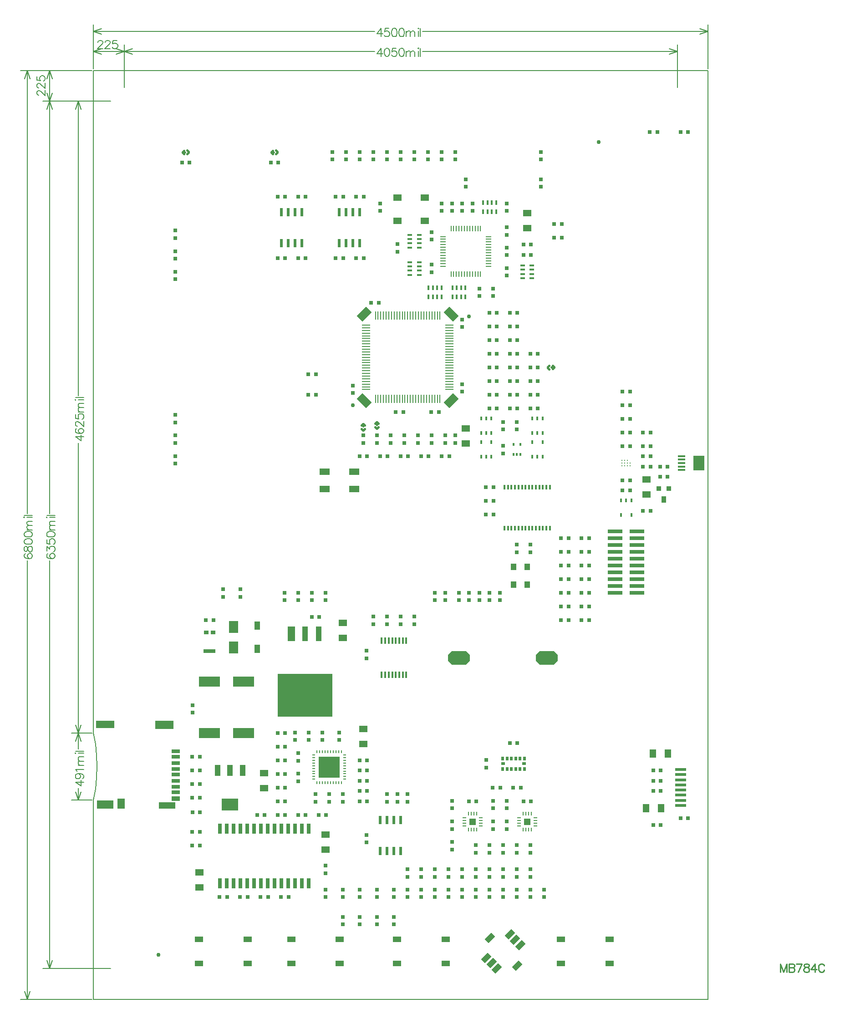
<source format=gbr>
%FSTAX23Y23*%
%MOIN*%
%SFA1B1*%

%IPPOS*%
%AMD12*
4,1,8,-0.008000,0.013200,-0.013200,0.008000,-0.013200,0.002600,0.002600,-0.013200,0.008000,-0.013200,0.013200,-0.008000,0.013200,-0.002600,-0.002600,0.013200,-0.008000,0.013200,0.0*
%
%AMD13*
4,1,8,-0.013200,-0.008000,-0.008000,-0.013200,-0.002600,-0.013200,0.013200,0.002600,0.013200,0.008000,0.008000,0.013200,0.002600,0.013200,-0.013200,-0.002600,-0.013200,-0.008000,0.0*
%
%AMD14*
4,1,4,-0.018400,0.000000,0.000000,-0.018400,0.018400,0.000000,0.000000,0.018400,-0.018400,0.000000,0.0*
%
%AMD15*
4,1,8,-0.013400,-0.007800,-0.007800,-0.013400,-0.002100,-0.013400,0.013400,0.002100,0.013400,0.007800,0.007800,0.013400,0.002100,0.013400,-0.013400,-0.002100,-0.013400,-0.007800,0.0*
%
%AMD16*
4,1,4,0.000000,-0.018400,0.018400,0.000000,0.000000,0.018400,-0.018400,0.000000,0.000000,-0.018400,0.0*
%
%AMD17*
4,1,8,0.007800,-0.013400,0.013400,-0.007800,0.013400,-0.002100,-0.002100,0.013400,-0.007800,0.013400,-0.013400,0.007800,-0.013400,0.002100,0.002100,-0.013400,0.007800,-0.013400,0.0*
%
%AMD18*
4,1,4,-0.055500,0.013800,0.013800,-0.055500,0.055500,-0.013800,-0.013800,0.055500,-0.055500,0.013800,0.0*
%
%AMD20*
4,1,4,-0.013800,-0.055500,0.055500,0.013800,0.013800,0.055500,-0.055500,-0.013800,-0.013800,-0.055500,0.0*
%
%AMD35*
4,1,4,0.010600,0.038900,-0.038900,-0.010600,-0.010600,-0.038900,0.038900,0.010600,0.010600,0.038900,0.0*
%
%AMD72*
4,1,8,0.078500,-0.024500,0.078500,0.024500,0.054000,0.049000,-0.054000,0.049000,-0.078500,0.024500,-0.078500,-0.024500,-0.054000,-0.049000,0.054000,-0.049000,0.078500,-0.024500,0.0*
%
%ADD11R,0.030000X0.030000*%
G04~CAMADD=12~4~0.0~0.0~150.0~300.0~0.0~37.5~0~0.0~0.0~0.0~0.0~0~0.0~0.0~0.0~0.0~0~0.0~0.0~0.0~45.0~264.0~264.0*
%ADD12D12*%
G04~CAMADD=13~4~0.0~0.0~150.0~300.0~0.0~37.5~0~0.0~0.0~0.0~0.0~0~0.0~0.0~0.0~0.0~0~0.0~0.0~0.0~135.0~264.0~264.0*
%ADD13D13*%
G04~CAMADD=14~10~0.0~261.6~0.0~0.0~0.0~0.0~0~0.0~0.0~0.0~0.0~0~0.0~0.0~0.0~0.0~0~0.0~0.0~0.0~135.0~261.6~0.0*
%ADD14D14*%
G04~CAMADD=15~4~0.0~0.0~160.0~300.0~0.0~40.0~0~0.0~0.0~0.0~0.0~0~0.0~0.0~0.0~0.0~0~0.0~0.0~0.0~135.0~268.0~268.0*
%ADD15D15*%
G04~CAMADD=16~10~0.0~261.6~0.0~0.0~0.0~0.0~0~0.0~0.0~0.0~0.0~0~0.0~0.0~0.0~0.0~0~0.0~0.0~0.0~225.0~261.6~0.0*
%ADD16D16*%
G04~CAMADD=17~4~0.0~0.0~160.0~300.0~0.0~40.0~0~0.0~0.0~0.0~0.0~0~0.0~0.0~0.0~0.0~0~0.0~0.0~0.0~225.0~268.0~268.0*
%ADD17D17*%
G04~CAMADD=18~9~0.0~0.0~980.0~590.0~0.0~0.0~0~0.0~0.0~0.0~0.0~0~0.0~0.0~0.0~0.0~0~0.0~0.0~0.0~135.0~1110.0~1109.0*
%ADD18D18*%
%ADD19R,0.008000X0.059000*%
G04~CAMADD=20~9~0.0~0.0~980.0~590.0~0.0~0.0~0~0.0~0.0~0.0~0.0~0~0.0~0.0~0.0~0.0~0~0.0~0.0~0.0~225.0~1110.0~1109.0*
%ADD20D20*%
%ADD21R,0.059000X0.008000*%
%ADD22R,0.012000X0.037000*%
%ADD23R,0.079000X0.110000*%
%ADD24R,0.053000X0.016000*%
%ADD25R,0.036000X0.050000*%
%ADD26R,0.036000X0.036000*%
%ADD27R,0.030000X0.030000*%
%ADD28R,0.016000X0.030000*%
%ADD29R,0.008000X0.024000*%
%ADD30R,0.024000X0.008000*%
%ADD31R,0.035000X0.016000*%
%ADD32R,0.075000X0.051000*%
%ADD33R,0.060000X0.050000*%
%ADD34R,0.040000X0.050000*%
G04~CAMADD=35~9~0.0~0.0~700.0~400.0~0.0~0.0~0~0.0~0.0~0.0~0.0~0~0.0~0.0~0.0~0.0~0~0.0~0.0~0.0~45.0~778.0~777.0*
%ADD35D35*%
%ADD36R,0.047000X0.047000*%
%ADD37C,0.030000*%
%ADD38R,0.039000X0.008000*%
%ADD39R,0.016000X0.035000*%
%ADD40R,0.069000X0.091000*%
%ADD41R,0.010000X0.028000*%
%ADD42R,0.028000X0.010000*%
%ADD43R,0.040000X0.080000*%
%ADD44R,0.120000X0.090000*%
%ADD45R,0.012000X0.045000*%
%ADD46R,0.012000X0.020000*%
%ADD47R,0.402000X0.315000*%
%ADD48R,0.039000X0.110000*%
%ADD49R,0.056000X0.110000*%
%ADD50R,0.037000X0.028000*%
%ADD51R,0.087000X0.031000*%
%ADD52R,0.020000X0.060000*%
%ADD53R,0.031000X0.020000*%
%ADD54R,0.020000X0.031000*%
%ADD55R,0.157000X0.157000*%
%ADD56R,0.079000X0.020000*%
%ADD57R,0.025000X0.075000*%
%ADD58R,0.008000X0.039000*%
%ADD59R,0.110000X0.029000*%
%ADD62R,0.060000X0.040000*%
%ADD63R,0.050000X0.060000*%
%ADD64C,0.010000*%
%ADD65R,0.138000X0.055000*%
%ADD66R,0.122000X0.047000*%
%ADD67R,0.122000X0.059000*%
%ADD68R,0.138000X0.063000*%
%ADD69R,0.063000X0.031000*%
%ADD70R,0.055000X0.077000*%
%ADD71R,0.063000X0.033000*%
G04~CAMADD=72~4~0.0~0.0~980.0~1570.0~0.0~245.0~0~0.0~0.0~0.0~0.0~0~0.0~0.0~0.0~0.0~0~0.0~0.0~0.0~270.0~1570.0~980.0*
%ADD72D72*%
%ADD73C,0.010000*%
%ADD79C,0.005000*%
%ADD81C,0.006000*%
%ADD152R,0.153000X0.073000*%
%ADD153R,0.041000X0.061000*%
%LNmb784b-1*%
%LPD*%
G54D11*
X03197Y04725D03*
X03253D03*
Y04625D03*
X04097Y01275D03*
X04153D03*
X04202Y039D03*
X04148D03*
Y03825D03*
X04202D03*
X03872Y0405D03*
X00779Y0137D03*
X04077Y0405D03*
Y03975D03*
X04023D03*
X04077Y039D03*
X04023D03*
X03148Y0545D03*
X03203D03*
X03148Y05525D03*
X03203D03*
X04352Y0635D03*
X04298D03*
X04128D03*
X04073D03*
X00723Y01575D03*
X00777D03*
X02898Y04525D03*
X02605Y03975D03*
X0255D03*
X01403Y05425D03*
X01347D03*
X02953Y04325D03*
X02898D03*
X02213Y043D03*
X02267D03*
X02098Y03975D03*
X02152D03*
X03928Y0445D03*
X03872D03*
X03928Y03725D03*
X03872D03*
X02977Y0155D03*
X02922D03*
X03102Y01875D03*
X03047D03*
X02898Y04425D03*
X02953D03*
X02003Y01525D03*
Y0145D03*
X02473Y043D03*
X02527D03*
X02033Y051D03*
X02088D03*
X01597Y028D03*
X01653D03*
X03047Y04525D03*
X03102D03*
X00877Y02775D03*
X00822D03*
X03102Y04925D03*
X03047D03*
X03102Y05025D03*
X03047D03*
X03102Y04725D03*
X03047D03*
X01347Y0145D03*
X01403D03*
X01347Y0155D03*
X01403D03*
X01347Y0185D03*
X01403D03*
X02003Y01675D03*
X01947D03*
X04097D03*
X04153D03*
X04097Y016D03*
X04153D03*
X01372Y0075D03*
X01428D03*
X01128D03*
X01072D03*
X02398Y03975D03*
X02453D03*
X02247D03*
X02303D03*
X01947D03*
X02003D03*
X01773Y05425D03*
X01827D03*
X03928Y0405D03*
X03372Y05575D03*
X03428D03*
X04097Y01525D03*
X04153D03*
X04298Y01325D03*
X04352D03*
X02003Y016D03*
X01947D03*
X01347Y0165D03*
X01403D03*
X01347Y0195D03*
X01403D03*
X01553Y0135D03*
X01497D03*
X01403D03*
X01347D03*
X00777Y01125D03*
X00723D03*
X00777Y01225D03*
X00723D03*
X01827Y05875D03*
X01773D03*
X01977D03*
X01923D03*
X04023Y03575D03*
X04077D03*
X04023Y0405D03*
X03872Y0435D03*
X03928D03*
X03203Y0145D03*
X03148D03*
X02953Y04925D03*
X02898D03*
X02803Y0145D03*
X02747D03*
X03072Y0155D03*
X03197Y04525D03*
X03253D03*
X02898Y05025D03*
X02953D03*
X00777Y01675D03*
X00723D03*
X00724Y0137D03*
X00777Y01775D03*
X00723D03*
Y01475D03*
X03628Y02975D03*
X03572D03*
X03422D03*
X03477D03*
X03422Y02775D03*
X03477D03*
X03572D03*
X03628D03*
X03477Y03375D03*
X03422D03*
X03477Y03275D03*
X03422D03*
X03572D03*
X03628D03*
X03572Y03175D03*
X03628D03*
X03572Y03375D03*
X03628D03*
Y03075D03*
X03572D03*
X03422D03*
X03477D03*
X03628Y02875D03*
X03572D03*
X00702Y06125D03*
X00647D03*
X01352D03*
X01298D03*
X02953Y04725D03*
X02898D03*
X01347Y0175D03*
X01403D03*
X01278Y0075D03*
X01222D03*
X03477Y02875D03*
X03422D03*
X01947Y01525D03*
Y0145D03*
X01253Y0135D03*
X01197D03*
X03128Y0155D03*
X03047Y04825D03*
X03102D03*
X03197Y04625D03*
X03253Y04425D03*
X03197D03*
X03047Y04325D03*
X03102D03*
X02953Y04525D03*
X02928Y0365D03*
X02872D03*
X04023Y0415D03*
X04077D03*
X03872D03*
X03928D03*
X03047Y04625D03*
X03102D03*
X02953D03*
X02898D03*
X03047Y04425D03*
X03102D03*
X03197Y04325D03*
X03253D03*
X03372Y05675D03*
X03428D03*
X01497Y05875D03*
X01553D03*
X01347D03*
X01403D03*
X00777Y01475D03*
X00978Y0075D03*
X00923D03*
X01648Y0135D03*
X01702D03*
X01628Y04425D03*
X01572D03*
X01628Y04575D03*
X01572D03*
X01923Y05425D03*
X01977D03*
X01553D03*
X01497D03*
X03928Y038D03*
X03872D03*
X01947Y0175D03*
X02003D03*
X02953Y04825D03*
X02898D03*
X03928Y0425D03*
X03872D03*
X03477Y03175D03*
X03422D03*
X02872Y0355D03*
X02928D03*
Y0375D03*
X02872D03*
G54D12*
X03368Y04632D03*
X03332Y04617D03*
X02082Y04218D03*
X00693Y06208D03*
X00657Y06193D03*
X01307D03*
X01343Y06208D03*
X01982Y04206D03*
G54D13*
X03368Y04618D03*
X02068Y04218D03*
X00657Y06207D03*
X01307D03*
X02083Y04182D03*
X01968Y04206D03*
X01983Y0417D03*
G54D14*
X03363Y04625D03*
X00662Y062D03*
X01312D03*
G54D15*
X03332Y04633D03*
X00693Y06192D03*
X01343D03*
G54D16*
X02075Y04213D03*
X01975Y04201D03*
G54D17*
X02067Y04182D03*
X01967Y0417D03*
G54D18*
X02617Y05017D03*
X01983Y04383D03*
G54D19*
X02083Y04396D03*
X02064D03*
X02103D03*
X02123D03*
X02143D03*
X02162D03*
X02182D03*
X02202D03*
X02221D03*
X02241D03*
X02261D03*
X0228D03*
X023D03*
X0232D03*
X02339D03*
X02359D03*
X02379D03*
X02398D03*
X02418D03*
X02438D03*
X02457D03*
X02477D03*
X02497D03*
X02517D03*
X02536D03*
Y05004D03*
X02517D03*
X02497D03*
X02477D03*
X02457D03*
X02438D03*
X02418D03*
X02398D03*
X02379D03*
X02359D03*
X0232D03*
X023D03*
X0228D03*
X02241D03*
X02221D03*
X02202D03*
X02182D03*
X02162D03*
X02143D03*
X02123D03*
X02103D03*
X02083D03*
X02064D03*
X02261D03*
X02339D03*
G54D20*
X02617Y04383D03*
X01983Y05017D03*
G54D21*
X02604Y04464D03*
Y04483D03*
Y04503D03*
Y04523D03*
Y04543D03*
Y04582D03*
Y04602D03*
Y04621D03*
Y04641D03*
Y04661D03*
Y0468D03*
Y047D03*
Y0472D03*
Y04739D03*
Y04759D03*
Y04779D03*
Y04798D03*
Y04818D03*
Y04838D03*
Y04857D03*
Y04877D03*
Y04917D03*
Y04936D03*
X01996D03*
Y04917D03*
Y04897D03*
Y04877D03*
Y04857D03*
Y04838D03*
Y04818D03*
Y04779D03*
Y04759D03*
Y04739D03*
Y0472D03*
Y047D03*
Y0468D03*
Y04661D03*
Y04641D03*
Y04621D03*
Y04602D03*
Y04582D03*
Y04562D03*
Y04543D03*
Y04503D03*
Y04483D03*
Y04464D03*
X02604Y04897D03*
Y04562D03*
X01996Y04523D03*
Y04798D03*
G54D22*
X03316Y0375D03*
X03239D03*
X03341D03*
X0329D03*
X03265D03*
X03213D03*
X03188D03*
X03162D03*
X03137D03*
X03111D03*
X03085D03*
X0306D03*
X03034D03*
X03009D03*
X03341Y0345D03*
X0329D03*
X03265D03*
X03239D03*
X03213D03*
X03188D03*
X03162D03*
X03137D03*
X03111D03*
X03085D03*
X0306D03*
X03034D03*
X03009D03*
X03316D03*
G54D23*
X04431Y03925D03*
G54D24*
X04305Y03976D03*
Y03951D03*
Y03925D03*
Y03899D03*
Y03874D03*
G54D25*
X04174Y0366D03*
G54D26*
X04137Y0374D03*
X04213D03*
G54D27*
X0265Y04128D03*
Y04073D03*
X03Y04227D03*
X0235Y06148D03*
X0185Y06202D03*
X0215D03*
X022Y00803D03*
X017Y02977D03*
X03Y03997D03*
X02775Y05773D03*
Y05827D03*
X02825Y05148D03*
Y05202D03*
X021Y05827D03*
Y05773D03*
X03025Y05827D03*
Y05773D03*
X02625D03*
Y05827D03*
X02225Y05472D03*
Y05528D03*
X027Y05827D03*
Y05773D03*
X02925Y05148D03*
Y05202D03*
X03275Y05948D03*
Y06003D03*
X0255Y05827D03*
Y05773D03*
X03025Y05503D03*
Y05448D03*
X02475Y05617D03*
Y05562D03*
X03025Y05653D03*
Y05597D03*
Y05352D03*
Y05298D03*
X031Y04227D03*
Y04173D03*
X02725Y06003D03*
Y05948D03*
X02475Y05378D03*
Y05323D03*
X019Y04492D03*
Y04438D03*
X022Y00548D03*
Y00603D03*
X03Y04052D03*
X02275Y04073D03*
Y04128D03*
X02175D03*
Y04073D03*
X02375D03*
Y04128D03*
X029Y02922D03*
X01725Y01447D03*
Y01503D03*
X02Y01148D03*
Y01202D03*
X0235Y02747D03*
Y02803D03*
X027Y04503D03*
Y04448D03*
Y04977D03*
Y04923D03*
X0235Y06202D03*
X0215Y06148D03*
X0205D03*
Y06202D03*
X0175D03*
Y06148D03*
X023Y00803D03*
Y00748D03*
X026Y00897D03*
Y00952D03*
X032D03*
Y00897D03*
X031Y00952D03*
Y00897D03*
X03Y00952D03*
Y00897D03*
X028Y00952D03*
Y00897D03*
X029Y00952D03*
Y00897D03*
X01575Y01898D03*
Y01952D03*
X015Y01597D03*
Y01653D03*
X01675Y01898D03*
Y01952D03*
X018D03*
Y01898D03*
X032Y03328D03*
Y03273D03*
X0095Y02947D03*
Y03003D03*
X01825Y00603D03*
Y00548D03*
X0195Y00603D03*
Y00548D03*
X02075Y00603D03*
Y00548D03*
X03Y01072D03*
X031D03*
X01825Y00803D03*
Y00748D03*
X02075Y00803D03*
Y00748D03*
X022D03*
X032D03*
Y00803D03*
X031Y00748D03*
Y00803D03*
X03Y00748D03*
Y00803D03*
X028Y00748D03*
Y00803D03*
X029D03*
Y00748D03*
X01825Y01503D03*
Y01447D03*
X00725Y02152D03*
Y02098D03*
X017Y00923D03*
Y00978D03*
X02075Y04128D03*
Y04073D03*
X03025Y01452D03*
Y01398D03*
X02925Y01452D03*
Y01398D03*
X006Y05477D03*
Y05423D03*
Y04128D03*
Y04073D03*
Y05628D03*
Y05573D03*
Y04278D03*
Y04222D03*
Y05327D03*
Y05273D03*
Y03977D03*
Y03922D03*
X017Y02922D03*
X01975Y04128D03*
Y04073D03*
X02975Y02922D03*
Y02977D03*
X0225Y02803D03*
Y02747D03*
X0205D03*
Y02803D03*
X01075Y03003D03*
Y02947D03*
X03275Y06148D03*
Y06202D03*
X0245D03*
Y06148D03*
X0255Y06202D03*
Y06148D03*
X0265D03*
Y06202D03*
X02675Y02922D03*
X0275Y02977D03*
Y02922D03*
X025Y00803D03*
Y00748D03*
X024Y00803D03*
Y00748D03*
X027Y00897D03*
Y00952D03*
X023Y00897D03*
Y00952D03*
X027Y00803D03*
Y00748D03*
X025Y00897D03*
Y00952D03*
X033Y00748D03*
Y00803D03*
X0215Y01447D03*
Y01503D03*
X032Y01072D03*
X01475Y01898D03*
Y01952D03*
X028Y01072D03*
X02625Y01303D03*
Y01247D03*
X01625Y01447D03*
Y01503D03*
X015Y01803D03*
Y01747D03*
X031Y01128D03*
X032D03*
X028D03*
X03D03*
X02825Y02922D03*
Y02977D03*
X014Y02922D03*
Y02977D03*
X016D03*
Y02922D03*
X0195Y06148D03*
Y06202D03*
X0185Y06148D03*
X0225Y06202D03*
Y06148D03*
X02475Y04128D03*
Y04073D03*
X02575D03*
Y04128D03*
X03025Y01303D03*
Y01247D03*
X02925Y01303D03*
Y01247D03*
X029Y01128D03*
Y01072D03*
X02875Y01753D03*
Y01697D03*
X02675Y02977D03*
X029D03*
X0195Y00748D03*
Y00803D03*
X026Y00748D03*
Y00803D03*
X024Y00952D03*
Y00897D03*
X02625Y01398D03*
Y01452D03*
X02225Y01503D03*
Y01447D03*
X017Y00748D03*
Y00803D03*
X02625Y01097D03*
Y01153D03*
X023Y01503D03*
Y01447D03*
X02Y02497D03*
Y02553D03*
X015Y02922D03*
Y02977D03*
X02575Y02922D03*
Y02977D03*
X031Y03273D03*
Y03328D03*
X03Y04173D03*
X025Y02977D03*
Y02922D03*
X0215Y02747D03*
Y02803D03*
G54D28*
X02912Y04078D03*
X02838Y04253D03*
X02875Y04147D03*
X02838D03*
X02875Y04253D03*
X02912Y03972D03*
X02838D03*
Y04078D03*
X02912Y04253D03*
Y04147D03*
X0325Y04253D03*
X03213Y04147D03*
X03287D03*
X0325D03*
X03287Y04253D03*
X03213D03*
X03937Y03653D03*
X03863D03*
X039D03*
X03863Y03547D03*
X03937D03*
X03213Y04078D03*
X03287D03*
X0325Y03972D03*
X03287D03*
X03213D03*
X02875D03*
G54D29*
X01656Y01813D03*
X01695D03*
X01715D03*
X01814D03*
X01794D03*
X01774D03*
X01755D03*
X01735D03*
X01676D03*
X01636D03*
Y01587D03*
X01656D03*
X01676D03*
X01695D03*
X01715D03*
X01735D03*
X01755D03*
X01774D03*
X01794D03*
X01814D03*
G54D30*
X01838Y0173D03*
X01612Y01789D03*
Y01769D03*
Y01749D03*
Y0173D03*
Y0171D03*
Y0169D03*
Y0167D03*
Y01651D03*
Y01631D03*
Y01611D03*
X01838D03*
Y01631D03*
Y01651D03*
Y0167D03*
Y0169D03*
Y0171D03*
Y01749D03*
Y01769D03*
Y01789D03*
G54D31*
X02316Y05334D03*
Y05566D03*
X02384D03*
Y05503D03*
X02316Y05597D03*
Y05503D03*
Y05534D03*
X02384Y05597D03*
Y05534D03*
X02316Y05366D03*
Y05397D03*
X03208Y05278D03*
Y05309D03*
Y05341D03*
Y05372D03*
X02316Y05303D03*
X03141Y05278D03*
Y05309D03*
Y05341D03*
Y05372D03*
X02384Y05303D03*
Y05366D03*
Y05334D03*
Y05397D03*
G54D32*
X01692Y03737D03*
X01908Y03863D03*
X01692D03*
X01908Y03737D03*
G54D33*
X03175Y05755D03*
Y05645D03*
X02225Y057D03*
X02425D03*
Y0587D03*
X02225D03*
X0405Y03805D03*
Y03695D03*
X00775Y0093D03*
Y0082D03*
X017Y01095D03*
Y01205D03*
X0125Y01655D03*
Y01545D03*
X01975Y0187D03*
Y0198D03*
X01825Y02755D03*
Y02645D03*
X02725Y0418D03*
Y0407D03*
G54D34*
X03175Y03035D03*
Y03165D03*
X03075Y03035D03*
Y03165D03*
G54D35*
X02901Y00449D03*
X03103Y00247D03*
X02914Y00264D03*
X03086Y00436D03*
X03125Y00397D03*
X03047Y00475D03*
X02953Y00225D03*
X02875Y00303D03*
G54D36*
X03175Y013D03*
X02775D03*
G54D37*
X00475Y00325D03*
X0275Y05D03*
X019Y0435D03*
X037Y06275D03*
G54D38*
X02558Y05445D03*
Y05544D03*
Y05465D03*
Y05564D03*
Y05505D03*
Y05485D03*
Y05524D03*
X02892Y05445D03*
Y05564D03*
Y05583D03*
Y05544D03*
Y05524D03*
Y05505D03*
Y05485D03*
Y05465D03*
Y05426D03*
Y05406D03*
Y05386D03*
Y05367D03*
X02558D03*
Y05386D03*
Y05406D03*
Y05426D03*
Y05583D03*
G54D39*
X02484Y05141D03*
Y05208D03*
X02516D03*
X02453D03*
X02547D03*
X02516Y05141D03*
X02453D03*
X02547D03*
X02884Y05766D03*
Y05833D03*
X02916D03*
X02853D03*
X02947D03*
X02916Y05766D03*
X02853D03*
X02947D03*
X02691Y05208D03*
X02722D03*
X02628D03*
Y05141D03*
X02691D03*
X02722D03*
X02659D03*
Y05208D03*
G54D40*
X01025Y02575D03*
Y02725D03*
G54D41*
X03205Y01241D03*
X03185D03*
X03145D03*
Y01359D03*
X03165D03*
X03185D03*
X03205D03*
X03165Y01241D03*
X02765D03*
X02805Y01359D03*
X02785D03*
X02765D03*
X02745D03*
Y01241D03*
X02785D03*
X02805D03*
G54D42*
X03234Y0133D03*
Y0131D03*
Y0129D03*
Y0127D03*
X03116Y0133D03*
Y0131D03*
Y0129D03*
Y0127D03*
X02716D03*
Y0129D03*
Y0131D03*
Y0133D03*
X02834Y0127D03*
Y0129D03*
Y0131D03*
Y0133D03*
G54D43*
X00907Y01675D03*
X01093D03*
X01D03*
G54D44*
X01Y01425D03*
G54D45*
X0229Y02626D03*
X02264D03*
X02238D03*
X02213D03*
X02187D03*
X02162D03*
X02136D03*
X0211D03*
X0229Y02374D03*
X02264D03*
X02238D03*
X02213D03*
X02187D03*
X02162D03*
X02136D03*
X0211D03*
G54D46*
X03074Y04062D03*
X03126Y03988D03*
X03074D03*
X031D03*
X03126Y04062D03*
G54D47*
X0155Y02225D03*
G54D48*
X0165Y02674D03*
X0155D03*
G54D49*
X0145Y02674D03*
G54D50*
X00825Y02685D03*
X00875D03*
G54D51*
X0085Y0255D03*
G54D52*
X022Y01312D03*
X0225D03*
X021Y01087D03*
X022D03*
X021Y01312D03*
X0215D03*
X0225Y01087D03*
X0215D03*
X019Y05762D03*
X0185Y05537D03*
X0195Y05762D03*
Y05537D03*
X0185Y05762D03*
X018D03*
X019Y05537D03*
X018D03*
X01375D03*
X01475D03*
X01375Y05762D03*
X01425D03*
X01525Y05537D03*
Y05762D03*
X01425Y05537D03*
X01475Y05762D03*
G54D53*
X03153Y01725D03*
X02997D03*
G54D54*
X03154Y01687D03*
X03028D03*
X02996D03*
X03122D03*
X03091D03*
X03059D03*
X02996Y01763D03*
X03028D03*
X03059D03*
X03091D03*
X03122D03*
X03154D03*
G54D55*
X01725Y017D03*
G54D56*
X043Y01494D03*
Y01644D03*
Y01606D03*
Y01419D03*
Y01531D03*
Y01569D03*
Y01456D03*
Y01681D03*
G54D57*
X00925Y0125D03*
X01575Y0085D03*
X01475D03*
X01275D03*
X01225D03*
X01025Y0125D03*
X01375D03*
X01225D03*
X01475D03*
X01275D03*
X01425D03*
X01075D03*
X01525D03*
X01575D03*
X01125D03*
X01325D03*
X01175D03*
X01525Y0085D03*
X01375D03*
X01325D03*
X00975Y0125D03*
X01425Y0085D03*
X00925D03*
X00975D03*
X01025D03*
X01125D03*
X01175D03*
X01075D03*
G54D58*
X02715Y05308D03*
X02695D03*
X02676D03*
X02656D03*
X02755Y05642D03*
X02617D03*
X02636D03*
X02656D03*
X02676D03*
X02695D03*
X02715D03*
X02735D03*
X02774D03*
X02794D03*
X02814D03*
X02833D03*
Y05308D03*
X02814D03*
X02794D03*
X02774D03*
X02755D03*
X02735D03*
X02636D03*
X02617D03*
G54D59*
X0382Y02975D03*
X0398D03*
X0382Y03025D03*
X0398D03*
X0382Y03075D03*
X0398D03*
X0382Y03125D03*
X0398D03*
X0382Y03175D03*
X0398D03*
X0382Y03375D03*
Y03425D03*
X0398D03*
X0382Y03325D03*
Y03275D03*
Y03225D03*
X0398Y03375D03*
Y03325D03*
Y03275D03*
Y03225D03*
G54D62*
X00773Y00438D03*
X01127D03*
Y00262D03*
X00773D03*
X02223D03*
X02577D03*
Y00438D03*
X02223D03*
X01448Y00262D03*
X01802D03*
Y00438D03*
X01448D03*
X03423Y00262D03*
X03777D03*
Y00438D03*
X03423D03*
G54D63*
X04045Y014D03*
X04155D03*
X04095Y018D03*
X04205D03*
G54D64*
X0387Y03905D03*
Y03925D03*
Y03945D03*
X0389Y03905D03*
Y03925D03*
Y03945D03*
X0391Y03905D03*
Y03925D03*
Y03945D03*
X0393Y03925D03*
Y03905D03*
G54D65*
X00086Y02013D03*
G54D66*
X00538Y01418D03*
G54D67*
X00086Y01424D03*
G54D68*
X00519Y02009D03*
G54D69*
X00603Y0173D03*
Y01644D03*
Y01687D03*
Y016D03*
Y01514D03*
Y01817D03*
Y01774D03*
Y01557D03*
G54D70*
X00202Y01433D03*
G54D71*
X00603Y01469D03*
G54D72*
X02675Y025D03*
X0332D03*
G54D73*
X0503Y0026D02*
Y002D01*
Y0026D02*
X05053Y002D01*
X05076Y0026D02*
X05053Y002D01*
X05076Y0026D02*
Y002D01*
X05093Y0026D02*
Y002D01*
Y0026D02*
X05119D01*
X05127Y00257*
X0513Y00254*
X05133Y00249*
Y00243*
X0513Y00237*
X05127Y00234*
X05119Y00231*
X05093D02*
X05119D01*
X05127Y00229*
X0513Y00226*
X05133Y0022*
Y00211*
X0513Y00206*
X05127Y00203*
X05119Y002*
X05093*
X05186Y0026D02*
X05158Y002D01*
X05146Y0026D02*
X05186D01*
X05214D02*
X05205Y00257D01*
X05203Y00251*
Y00246*
X05205Y0024*
X05211Y00237*
X05223Y00234*
X05231Y00231*
X05237Y00226*
X0524Y0022*
Y00211*
X05237Y00206*
X05234Y00203*
X05225Y002*
X05214*
X05205Y00203*
X05203Y00206*
X052Y00211*
Y0022*
X05203Y00226*
X05208Y00231*
X05217Y00234*
X05228Y00237*
X05234Y0024*
X05237Y00246*
Y00251*
X05234Y00257*
X05225Y0026*
X05214*
X05282D02*
X05253Y0022D01*
X05296*
X05282Y0026D02*
Y002D01*
X05349Y00246D02*
X05347Y00251D01*
X05341Y00257*
X05335Y0026*
X05324*
X05318Y00257*
X05312Y00251*
X05309Y00246*
X05307Y00237*
Y00223*
X05309Y00214*
X05312Y00209*
X05318Y00203*
X05324Y002*
X05335*
X05341Y00203*
X05347Y00209*
X05349Y00214*
G54D79*
X0Y01459D02*
D01*
X00014Y0154*
X00022Y01622*
X00025Y01704*
X00023Y01786*
X00014Y01868*
X0Y0195*
X04275Y06674D02*
Y0699D01*
X00225Y06674D02*
Y0699D01*
X02409Y0694D02*
X04275D01*
X00225D02*
X02059D01*
X04215Y0696D02*
X04275Y0694D01*
X04215Y0692D02*
X04275Y0694D01*
X00225D02*
X00285Y0692D01*
X00225Y0694D02*
X00285Y0696D01*
X00225Y06674D02*
Y0699D01*
X0Y06812D02*
Y0699D01*
X00112Y0694D02*
X00225D01*
X0D02*
X00112D01*
X00165Y0696D02*
X00225Y0694D01*
X00165Y0692D02*
X00225Y0694D01*
X0D02*
X0006Y0692D01*
X0Y0694D02*
X0006Y0696D01*
X045Y06812D02*
Y07135D01*
X0Y06812D02*
Y07135D01*
X02409Y07085D02*
X045D01*
X0D02*
X02059D01*
X0444Y07105D02*
X045Y07085D01*
X0444Y07065D02*
X045Y07085D01*
X0D02*
X0006Y07065D01*
X0Y07085D02*
X0006Y07105D01*
X-0016Y0195D02*
X-00013D01*
X-0016Y01459D02*
X-00013D01*
X-0011Y01832D02*
Y0195D01*
Y01459D02*
Y01545D01*
X-0013Y0189D02*
X-0011Y0195D01*
X-0009Y0189*
X-0011Y01459D02*
X-0009Y01519D01*
X-0013D02*
X-0011Y01459D01*
X-0016Y06575D02*
X00126D01*
X-0016Y0195D02*
X-00013D01*
X-0011Y0442D02*
Y06575D01*
Y0195D02*
Y04073D01*
X-0013Y06515D02*
X-0011Y06575D01*
X-0009Y06515*
X-0011Y0195D02*
X-0009Y0201D01*
X-0013D02*
X-0011Y0195D01*
X-0037Y00225D02*
X00126D01*
X-0037Y06575D02*
X00126D01*
X-0032Y00225D02*
Y03211D01*
Y03557D02*
Y06575D01*
Y00225D02*
X-003Y00285D01*
X-0034D02*
X-0032Y00225D01*
X-0034Y06515D02*
X-0032Y06575D01*
X-003Y06515*
X-0037Y068D02*
X-00013D01*
X-0037Y06575D02*
X00126D01*
X-0032Y06688D02*
Y068D01*
Y06575D02*
Y06688D01*
X-0034Y0674D02*
X-0032Y068D01*
X-003Y0674*
X-0032Y06575D02*
X-003Y06635D01*
X-0034D02*
X-0032Y06575D01*
X-00535Y068D02*
X-00013D01*
X-00535Y0D02*
X-00013D01*
X-00485Y03557D02*
Y068D01*
Y0D02*
Y03211D01*
X-00505Y0674D02*
X-00485Y068D01*
X-00465Y0674*
X-00485Y0D02*
X-00465Y0006D01*
X-00505D02*
X-00485Y0D01*
X0Y0195D02*
Y068D01*
X045Y0D02*
Y068D01*
X0Y0D02*
X045D01*
X0Y068D02*
X045D01*
X0Y0D02*
Y01459D01*
G54D81*
X02104Y06963D02*
X02075Y06923D01*
X02118*
X02104Y06963D02*
Y06903D01*
X02146Y06963D02*
X02137Y0696D01*
X02132Y06951*
X02129Y06937*
Y06928*
X02132Y06914*
X02137Y06905*
X02146Y06903*
X02152*
X0216Y06905*
X02166Y06914*
X02169Y06928*
Y06937*
X02166Y06951*
X0216Y0696*
X02152Y06963*
X02146*
X02216D02*
X02188D01*
X02185Y06937*
X02188Y0694*
X02196Y06943*
X02205*
X02214Y0694*
X02219Y06934*
X02222Y06925*
Y0692*
X02219Y06911*
X02214Y06905*
X02205Y06903*
X02196*
X02188Y06905*
X02185Y06908*
X02182Y06914*
X02253Y06963D02*
X02244Y0696D01*
X02238Y06951*
X02236Y06937*
Y06928*
X02238Y06914*
X02244Y06905*
X02253Y06903*
X02258*
X02267Y06905*
X02273Y06914*
X02276Y06928*
Y06937*
X02273Y06951*
X02267Y0696*
X02258Y06963*
X02253*
X02289Y06943D02*
Y06903D01*
Y06931D02*
X02298Y0694D01*
X02303Y06943*
X02312*
X02318Y0694*
X0232Y06931*
Y06903*
Y06931D02*
X02329Y0694D01*
X02335Y06943*
X02343*
X02349Y0694*
X02352Y06931*
Y06903*
X02376Y06963D02*
X02379Y0696D01*
X02382Y06963*
X02379Y06965*
X02376Y06963*
X02379Y06943D02*
Y06903D01*
X02393Y06963D02*
Y06903D01*
X00033Y07006D02*
Y07009D01*
X00036Y07014*
X00039Y07017*
X00044Y0702*
X00056*
X00061Y07017*
X00064Y07014*
X00067Y07009*
Y07003*
X00064Y06997*
X00059Y06989*
X0003Y0696*
X0007*
X00086Y07006D02*
Y07009D01*
X00089Y07014*
X00092Y07017*
X00098Y0702*
X00109*
X00115Y07017*
X00118Y07014*
X00121Y07009*
Y07003*
X00118Y06997*
X00112Y06989*
X00083Y0696*
X00123*
X00171Y0702D02*
X00143D01*
X0014Y06994*
X00143Y06997*
X00151Y07*
X0016*
X00168Y06997*
X00174Y06991*
X00177Y06983*
Y06977*
X00174Y06969*
X00168Y06963*
X0016Y0696*
X00151*
X00143Y06963*
X0014Y06966*
X00137Y06971*
X02104Y07108D02*
X02075Y07068D01*
X02118*
X02104Y07108D02*
Y07048D01*
X02163Y07108D02*
X02134D01*
X02132Y07082*
X02134Y07085*
X02143Y07088*
X02152*
X0216Y07085*
X02166Y07079*
X02169Y0707*
Y07065*
X02166Y07056*
X0216Y0705*
X02152Y07048*
X02143*
X02134Y0705*
X02132Y07053*
X02129Y07059*
X02199Y07108D02*
X02191Y07105D01*
X02185Y07096*
X02182Y07082*
Y07073*
X02185Y07059*
X02191Y0705*
X02199Y07048*
X02205*
X02214Y0705*
X02219Y07059*
X02222Y07073*
Y07082*
X02219Y07096*
X02214Y07105*
X02205Y07108*
X02199*
X02253D02*
X02244Y07105D01*
X02238Y07096*
X02236Y07082*
Y07073*
X02238Y07059*
X02244Y0705*
X02253Y07048*
X02258*
X02267Y0705*
X02273Y07059*
X02276Y07073*
Y07082*
X02273Y07096*
X02267Y07105*
X02258Y07108*
X02253*
X02289Y07088D02*
Y07048D01*
Y07076D02*
X02298Y07085D01*
X02303Y07088*
X02312*
X02318Y07085*
X0232Y07076*
Y07048*
Y07076D02*
X02329Y07085D01*
X02335Y07088*
X02343*
X02349Y07085*
X02352Y07076*
Y07048*
X02376Y07108D02*
X02379Y07105D01*
X02382Y07108*
X02379Y0711*
X02376Y07108*
X02379Y07088D02*
Y07048D01*
X02393Y07108D02*
Y07048D01*
X-00133Y0159D02*
X-00093Y01561D01*
Y01604*
X-00133Y0159D02*
X-00073D01*
X-00113Y01652D02*
X-00104Y01649D01*
X-00098Y01643*
X-00095Y01635*
Y01632*
X-00098Y01623*
X-00104Y01617*
X-00113Y01615*
X-00115*
X-00124Y01617*
X-0013Y01623*
X-00133Y01632*
Y01635*
X-0013Y01643*
X-00124Y01649*
X-00113Y01652*
X-00098*
X-00084Y01649*
X-00075Y01643*
X-00073Y01635*
Y01629*
X-00075Y0162*
X-00081Y01617*
X-00121Y01668D02*
X-00124Y01674D01*
X-00133Y01682*
X-00073*
X-00113Y01712D02*
X-00073D01*
X-00101D02*
X-0011Y01721D01*
X-00113Y01726*
Y01735*
X-0011Y01741*
X-00101Y01743*
X-00073*
X-00101D02*
X-0011Y01752D01*
X-00113Y01758*
Y01766*
X-0011Y01772*
X-00101Y01775*
X-00073*
X-00133Y01799D02*
X-0013Y01802D01*
X-00133Y01805*
X-00135Y01802*
X-00133Y01799*
X-00113Y01802D02*
X-00073D01*
X-00133Y01816D02*
X-00073D01*
X-00133Y04118D02*
X-00093Y04089D01*
Y04132*
X-00133Y04118D02*
X-00073D01*
X-00124Y04177D02*
X-0013Y04174D01*
X-00133Y04166*
Y0416*
X-0013Y04151*
X-00121Y04146*
X-00107Y04143*
X-00093*
X-00081Y04146*
X-00075Y04151*
X-00073Y0416*
Y04163*
X-00075Y04171*
X-00081Y04177*
X-0009Y0418*
X-00093*
X-00101Y04177*
X-00107Y04171*
X-0011Y04163*
Y0416*
X-00107Y04151*
X-00101Y04146*
X-00093Y04143*
X-00118Y04196D02*
X-00121D01*
X-00127Y04199*
X-0013Y04202*
X-00133Y04207*
Y04219*
X-0013Y04225*
X-00127Y04227*
X-00121Y0423*
X-00115*
X-0011Y04227*
X-00101Y04222*
X-00073Y04193*
Y04233*
X-00133Y04281D02*
Y04252D01*
X-00107Y04249*
X-0011Y04252*
X-00113Y04261*
Y04269*
X-0011Y04278*
X-00104Y04284*
X-00095Y04286*
X-0009*
X-00081Y04284*
X-00075Y04278*
X-00073Y04269*
Y04261*
X-00075Y04252*
X-00078Y04249*
X-00084Y04247*
X-00113Y043D02*
X-00073D01*
X-00101D02*
X-0011Y04308D01*
X-00113Y04314*
Y04323*
X-0011Y04328*
X-00101Y04331*
X-00073*
X-00101D02*
X-0011Y0434D01*
X-00113Y04346*
Y04354*
X-0011Y0436*
X-00101Y04363*
X-00073*
X-00133Y04387D02*
X-0013Y0439D01*
X-00133Y04393*
X-00135Y0439*
X-00133Y04387*
X-00113Y0439D02*
X-00073D01*
X-00133Y04404D02*
X-00073D01*
X-00334Y03261D02*
X-0034Y03258D01*
X-00343Y0325*
Y03244*
X-0034Y03235*
X-00331Y0323*
X-00317Y03227*
X-00303*
X-00291Y0323*
X-00285Y03235*
X-00283Y03244*
Y03247*
X-00285Y03255*
X-00291Y03261*
X-003Y03264*
X-00303*
X-00311Y03261*
X-00317Y03255*
X-0032Y03247*
Y03244*
X-00317Y03235*
X-00311Y0323*
X-00303Y03227*
X-00343Y03283D02*
Y03314D01*
X-0032Y03297*
Y03306*
X-00317Y03311*
X-00314Y03314*
X-00305Y03317*
X-003*
X-00291Y03314*
X-00285Y03309*
X-00283Y033*
Y03291*
X-00285Y03283*
X-00288Y0328*
X-00294Y03277*
X-00343Y03365D02*
Y03336D01*
X-00317Y03333*
X-0032Y03336*
X-00323Y03345*
Y03353*
X-0032Y03362*
X-00314Y03368*
X-00305Y03371*
X-003*
X-00291Y03368*
X-00285Y03362*
X-00283Y03353*
Y03345*
X-00285Y03336*
X-00288Y03333*
X-00294Y03331*
X-00343Y03401D02*
X-0034Y03393D01*
X-00331Y03387*
X-00317Y03384*
X-00308*
X-00294Y03387*
X-00285Y03393*
X-00283Y03401*
Y03407*
X-00285Y03415*
X-00294Y03421*
X-00308Y03424*
X-00317*
X-00331Y03421*
X-0034Y03415*
X-00343Y03407*
Y03401*
X-00323Y03437D02*
X-00283D01*
X-00311D02*
X-0032Y03446D01*
X-00323Y03452*
Y0346*
X-0032Y03466*
X-00311Y03469*
X-00283*
X-00311D02*
X-0032Y03477D01*
X-00323Y03483*
Y03492*
X-0032Y03497*
X-00311Y035*
X-00283*
X-00343Y03525D02*
X-0034Y03528D01*
X-00343Y03531*
X-00345Y03528*
X-00343Y03525*
X-00323Y03528D02*
X-00283D01*
X-00343Y03541D02*
X-00283D01*
X-00401Y06618D02*
X-00404D01*
X-00409Y06621*
X-00412Y06624*
X-00415Y06629*
Y06641*
X-00412Y06646*
X-00409Y06649*
X-00404Y06652*
X-00398*
X-00392Y06649*
X-00384Y06644*
X-00355Y06615*
Y06655*
X-00401Y06671D02*
X-00404D01*
X-00409Y06674*
X-00412Y06677*
X-00415Y06683*
Y06694*
X-00412Y067*
X-00409Y06703*
X-00404Y06706*
X-00398*
X-00392Y06703*
X-00384Y06697*
X-00355Y06668*
Y06708*
X-00415Y06756D02*
Y06728D01*
X-00389Y06725*
X-00392Y06728*
X-00395Y06736*
Y06745*
X-00392Y06753*
X-00386Y06759*
X-00378Y06762*
X-00372*
X-00364Y06759*
X-00358Y06753*
X-00355Y06745*
Y06736*
X-00358Y06728*
X-00361Y06725*
X-00366Y06722*
X-00499Y03261D02*
X-00505Y03258D01*
X-00508Y0325*
Y03244*
X-00505Y03235*
X-00496Y0323*
X-00482Y03227*
X-00468*
X-00456Y0323*
X-0045Y03235*
X-00448Y03244*
Y03247*
X-0045Y03255*
X-00456Y03261*
X-00465Y03264*
X-00468*
X-00476Y03261*
X-00482Y03255*
X-00485Y03247*
Y03244*
X-00482Y03235*
X-00476Y0323*
X-00468Y03227*
X-00508Y03291D02*
X-00505Y03283D01*
X-00499Y0328*
X-00493*
X-00488Y03283*
X-00485Y03289*
X-00482Y033*
X-00479Y03309*
X-00473Y03314*
X-00468Y03317*
X-00459*
X-00453Y03314*
X-0045Y03311*
X-00448Y03303*
Y03291*
X-0045Y03283*
X-00453Y0328*
X-00459Y03277*
X-00468*
X-00473Y0328*
X-00479Y03286*
X-00482Y03294*
X-00485Y03306*
X-00488Y03311*
X-00493Y03314*
X-00499*
X-00505Y03311*
X-00508Y03303*
Y03291*
Y03348D02*
X-00505Y03339D01*
X-00496Y03333*
X-00482Y03331*
X-00473*
X-00459Y03333*
X-0045Y03339*
X-00448Y03348*
Y03353*
X-0045Y03362*
X-00459Y03368*
X-00473Y03371*
X-00482*
X-00496Y03368*
X-00505Y03362*
X-00508Y03353*
Y03348*
Y03401D02*
X-00505Y03393D01*
X-00496Y03387*
X-00482Y03384*
X-00473*
X-00459Y03387*
X-0045Y03393*
X-00448Y03401*
Y03407*
X-0045Y03415*
X-00459Y03421*
X-00473Y03424*
X-00482*
X-00496Y03421*
X-00505Y03415*
X-00508Y03407*
Y03401*
X-00488Y03437D02*
X-00448D01*
X-00476D02*
X-00485Y03446D01*
X-00488Y03452*
Y0346*
X-00485Y03466*
X-00476Y03469*
X-00448*
X-00476D02*
X-00485Y03477D01*
X-00488Y03483*
Y03492*
X-00485Y03497*
X-00476Y035*
X-00448*
X-00508Y03525D02*
X-00505Y03528D01*
X-00508Y03531*
X-0051Y03528*
X-00508Y03525*
X-00488Y03528D02*
X-00448D01*
X-00508Y03541D02*
X-00448D01*
G54D152*
X011Y0195D03*
X0085D03*
X011Y02325D03*
X0085D03*
G54D153*
X012Y02735D03*
Y02565D03*
M02*
</source>
